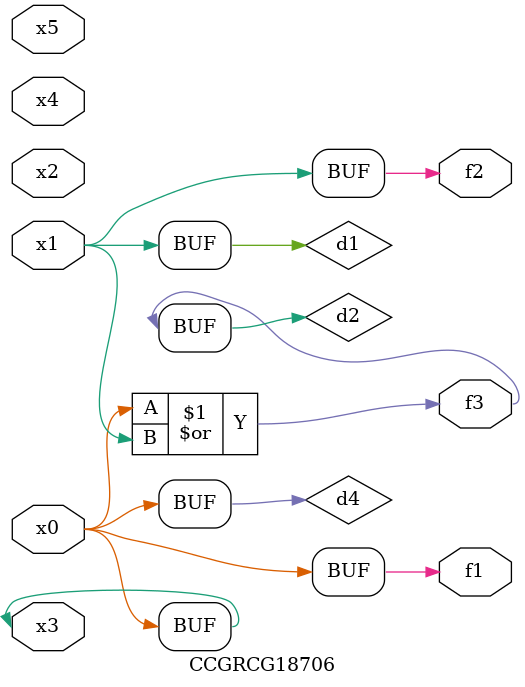
<source format=v>
module CCGRCG18706(
	input x0, x1, x2, x3, x4, x5,
	output f1, f2, f3
);

	wire d1, d2, d3, d4;

	and (d1, x1);
	or (d2, x0, x1);
	nand (d3, x0, x5);
	buf (d4, x0, x3);
	assign f1 = d4;
	assign f2 = d1;
	assign f3 = d2;
endmodule

</source>
